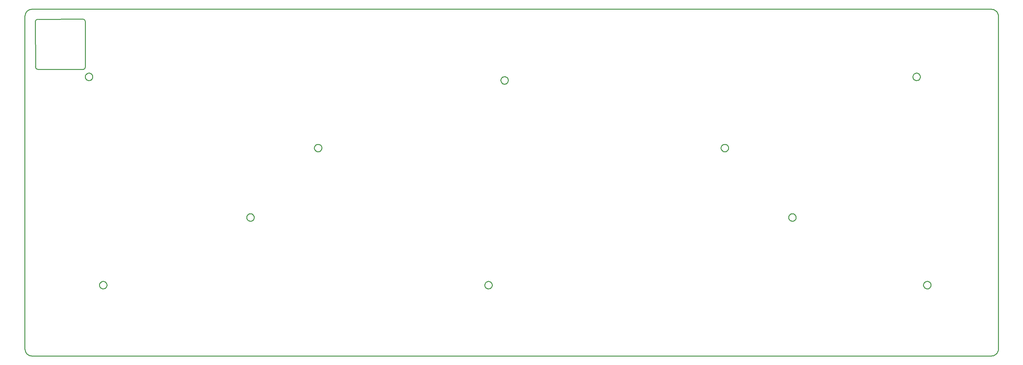
<source format=gko>
G04 Layer: BoardOutline*
G04 EasyEDA v6.3.53, 2020-06-17T23:21:06+02:00*
G04 04ce8127e00047ebb4670b429beeeb49,c5fe026039d2484e9a32019ccd8c5756,10*
G04 Gerber Generator version 0.2*
G04 Scale: 100 percent, Rotated: No, Reflected: No *
G04 Dimensions in millimeters *
G04 leading zeros omitted , absolute positions ,3 integer and 3 decimal *
%FSLAX33Y33*%
%MOMM*%
G90*
G71D02*

%ADD10C,0.254000*%
G54D10*
G01X3736Y80451D02*
G01X16183Y80456D01*
G01X17007Y81124D02*
G01X16997Y93764D01*
G01X3766Y94527D02*
G01X16330Y94587D01*
G01X2943Y93860D02*
G01X3014Y81289D01*
G01X271614Y97401D02*
G01X271927Y97377D01*
G01X272231Y97304D01*
G01X272378Y97249D01*
G01X272522Y97184D01*
G01X272789Y97020D01*
G01X273028Y96816D01*
G01X273232Y96577D01*
G01X273462Y96167D01*
G01X273589Y95714D01*
G01X273613Y95401D01*
G01X273613Y2000D01*
G01X273589Y1688D01*
G01X273516Y1382D01*
G01X273396Y1092D01*
G01X273232Y825D01*
G01X273028Y587D01*
G01X272789Y383D01*
G01X272522Y219D01*
G01X272231Y97D01*
G01X271927Y24D01*
G01X271614Y1D01*
G01X2000Y0D01*
G01X1688Y24D01*
G01X1382Y97D01*
G01X1092Y219D01*
G01X825Y383D01*
G01X585Y587D01*
G01X381Y825D01*
G01X217Y1092D01*
G01X97Y1382D01*
G01X24Y1688D01*
G01X0Y2000D01*
G01X1Y95401D01*
G01X24Y95714D01*
G01X97Y96020D01*
G01X217Y96309D01*
G01X381Y96577D01*
G01X585Y96816D01*
G01X825Y97020D01*
G01X1092Y97184D01*
G01X1382Y97304D01*
G01X1688Y97377D01*
G01X2000Y97402D01*
G01X271614Y97401D01*
G01X253531Y20948D02*
G01X253290Y20900D01*
G01X253137Y20837D01*
G01X252930Y20700D01*
G01X252816Y20583D01*
G01X252718Y20450D01*
G01X252613Y20226D01*
G01X252565Y19984D01*
G01X252565Y19818D01*
G01X252613Y19577D01*
G01X252678Y19424D01*
G01X252765Y19284D01*
G01X252930Y19103D01*
G01X253065Y19005D01*
G01X253290Y18903D01*
G01X253450Y18863D01*
G01X253695Y18855D01*
G01X253859Y18881D01*
G01X254089Y18965D01*
G01X254296Y19103D01*
G01X254412Y19220D01*
G01X254508Y19353D01*
G01X254613Y19577D01*
G01X254661Y19818D01*
G01X254661Y19984D01*
G01X254613Y20226D01*
G01X254548Y20378D01*
G01X254463Y20518D01*
G01X254296Y20700D01*
G01X254162Y20797D01*
G01X253938Y20900D01*
G01X253778Y20939D01*
G01X253531Y20948D01*
G01X250531Y79447D02*
G01X250290Y79399D01*
G01X250137Y79337D01*
G01X249932Y79199D01*
G01X249816Y79082D01*
G01X249718Y78950D01*
G01X249615Y78726D01*
G01X249566Y78484D01*
G01X249566Y78319D01*
G01X249615Y78077D01*
G01X249678Y77925D01*
G01X249816Y77719D01*
G01X249932Y77602D01*
G01X250065Y77506D01*
G01X250290Y77403D01*
G01X250450Y77364D01*
G01X250695Y77354D01*
G01X250938Y77403D01*
G01X251089Y77466D01*
G01X251231Y77551D01*
G01X251412Y77719D01*
G01X251508Y77853D01*
G01X251613Y78077D01*
G01X251661Y78319D01*
G01X251661Y78484D01*
G01X251613Y78726D01*
G01X251548Y78878D01*
G01X251463Y79019D01*
G01X251296Y79199D01*
G01X251162Y79297D01*
G01X250938Y79399D01*
G01X250778Y79439D01*
G01X250531Y79447D01*
G01X215628Y39948D02*
G01X215386Y39901D01*
G01X215234Y39837D01*
G01X215092Y39750D01*
G01X214912Y39582D01*
G01X214815Y39450D01*
G01X214712Y39225D01*
G01X214673Y39066D01*
G01X214664Y38819D01*
G01X214712Y38576D01*
G01X214775Y38425D01*
G01X214912Y38219D01*
G01X215029Y38104D01*
G01X215234Y37966D01*
G01X215386Y37903D01*
G01X215546Y37864D01*
G01X215792Y37856D01*
G01X216035Y37903D01*
G01X216186Y37966D01*
G01X216328Y38051D01*
G01X216509Y38219D01*
G01X216605Y38353D01*
G01X216709Y38576D01*
G01X216757Y38819D01*
G01X216757Y38984D01*
G01X216732Y39147D01*
G01X216645Y39378D01*
G01X216560Y39519D01*
G01X216393Y39700D01*
G01X216259Y39797D01*
G01X216035Y39901D01*
G01X215875Y39939D01*
G01X215628Y39948D01*
G01X196628Y59448D02*
G01X196385Y59400D01*
G01X196234Y59337D01*
G01X196093Y59251D01*
G01X195911Y59083D01*
G01X195815Y58951D01*
G01X195711Y58726D01*
G01X195663Y58484D01*
G01X195663Y58320D01*
G01X195711Y58077D01*
G01X195775Y57925D01*
G01X195860Y57783D01*
G01X196029Y57603D01*
G01X196162Y57506D01*
G01X196385Y57403D01*
G01X196628Y57355D01*
G01X196793Y57355D01*
G01X197034Y57403D01*
G01X197187Y57467D01*
G01X197393Y57603D01*
G01X197508Y57720D01*
G01X197606Y57852D01*
G01X197708Y58077D01*
G01X197748Y58237D01*
G01X197756Y58484D01*
G01X197732Y58647D01*
G01X197646Y58878D01*
G01X197559Y59019D01*
G01X197393Y59200D01*
G01X197187Y59337D01*
G01X197034Y59400D01*
G01X196875Y59439D01*
G01X196628Y59448D01*
G01X130224Y20948D02*
G01X129983Y20900D01*
G01X129830Y20837D01*
G01X129625Y20700D01*
G01X129509Y20583D01*
G01X129411Y20450D01*
G01X129309Y20226D01*
G01X129269Y20066D01*
G01X129260Y19818D01*
G01X129286Y19656D01*
G01X129371Y19424D01*
G01X129458Y19284D01*
G01X129625Y19103D01*
G01X129830Y18965D01*
G01X129983Y18903D01*
G01X130143Y18863D01*
G01X130390Y18855D01*
G01X130632Y18903D01*
G01X130784Y18965D01*
G01X130989Y19103D01*
G01X131106Y19220D01*
G01X131203Y19353D01*
G01X131306Y19577D01*
G01X131354Y19818D01*
G01X131354Y19984D01*
G01X131306Y20226D01*
G01X131243Y20378D01*
G01X131106Y20583D01*
G01X130989Y20700D01*
G01X130784Y20837D01*
G01X130632Y20900D01*
G01X130390Y20948D01*
G01X130224Y20948D01*
G01X134725Y78448D02*
G01X134483Y78400D01*
G01X134331Y78337D01*
G01X134124Y78200D01*
G01X134008Y78083D01*
G01X133912Y77950D01*
G01X133808Y77726D01*
G01X133760Y77484D01*
G01X133760Y77318D01*
G01X133785Y77156D01*
G01X133872Y76924D01*
G01X133957Y76784D01*
G01X134124Y76603D01*
G01X134331Y76465D01*
G01X134483Y76403D01*
G01X134642Y76363D01*
G01X134890Y76355D01*
G01X135131Y76403D01*
G01X135283Y76465D01*
G01X135424Y76552D01*
G01X135606Y76720D01*
G01X135704Y76853D01*
G01X135806Y77077D01*
G01X135854Y77318D01*
G01X135854Y77484D01*
G01X135806Y77726D01*
G01X135743Y77878D01*
G01X135606Y78083D01*
G01X135488Y78200D01*
G01X135356Y78297D01*
G01X135131Y78400D01*
G01X134972Y78439D01*
G01X134725Y78448D01*
G01X82321Y59448D02*
G01X82078Y59400D01*
G01X81927Y59337D01*
G01X81721Y59200D01*
G01X81604Y59083D01*
G01X81468Y58878D01*
G01X81405Y58726D01*
G01X81356Y58484D01*
G01X81356Y58320D01*
G01X81405Y58077D01*
G01X81468Y57925D01*
G01X81553Y57783D01*
G01X81721Y57603D01*
G01X81855Y57506D01*
G01X82078Y57403D01*
G01X82321Y57355D01*
G01X82486Y57355D01*
G01X82727Y57403D01*
G01X82880Y57467D01*
G01X83021Y57552D01*
G01X83201Y57720D01*
G01X83299Y57852D01*
G01X83401Y58077D01*
G01X83441Y58237D01*
G01X83451Y58484D01*
G01X83424Y58647D01*
G01X83339Y58878D01*
G01X83252Y59019D01*
G01X83086Y59200D01*
G01X82880Y59337D01*
G01X82727Y59400D01*
G01X82567Y59439D01*
G01X82321Y59448D01*
G01X63320Y39948D02*
G01X63079Y39901D01*
G01X62926Y39837D01*
G01X62721Y39700D01*
G01X62605Y39582D01*
G01X62467Y39378D01*
G01X62404Y39225D01*
G01X62357Y38984D01*
G01X62357Y38819D01*
G01X62404Y38576D01*
G01X62467Y38425D01*
G01X62605Y38219D01*
G01X62721Y38104D01*
G01X62926Y37966D01*
G01X63079Y37903D01*
G01X63239Y37864D01*
G01X63486Y37856D01*
G01X63727Y37903D01*
G01X63881Y37966D01*
G01X64020Y38051D01*
G01X64201Y38219D01*
G01X64299Y38353D01*
G01X64402Y38576D01*
G01X64441Y38738D01*
G01X64450Y38984D01*
G01X64424Y39147D01*
G01X64339Y39378D01*
G01X64252Y39519D01*
G01X64085Y39700D01*
G01X63881Y39837D01*
G01X63727Y39901D01*
G01X63567Y39939D01*
G01X63320Y39948D01*
G01X21917Y20948D02*
G01X21676Y20900D01*
G01X21523Y20837D01*
G01X21383Y20751D01*
G01X21202Y20583D01*
G01X21104Y20450D01*
G01X21002Y20226D01*
G01X20962Y20066D01*
G01X20954Y19818D01*
G01X20980Y19656D01*
G01X21064Y19424D01*
G01X21151Y19284D01*
G01X21319Y19103D01*
G01X21451Y19005D01*
G01X21676Y18903D01*
G01X21836Y18863D01*
G01X22083Y18855D01*
G01X22325Y18903D01*
G01X22477Y18965D01*
G01X22682Y19103D01*
G01X22799Y19220D01*
G01X22896Y19353D01*
G01X22999Y19577D01*
G01X23047Y19818D01*
G01X23047Y19984D01*
G01X22999Y20226D01*
G01X22936Y20378D01*
G01X22850Y20518D01*
G01X22682Y20700D01*
G01X22548Y20797D01*
G01X22325Y20900D01*
G01X22083Y20948D01*
G01X21917Y20948D01*
G01X17918Y79447D02*
G01X17676Y79399D01*
G01X17524Y79337D01*
G01X17382Y79251D01*
G01X17202Y79082D01*
G01X17105Y78950D01*
G01X17002Y78726D01*
G01X16954Y78484D01*
G01X16954Y78319D01*
G01X17002Y78077D01*
G01X17065Y77925D01*
G01X17202Y77719D01*
G01X17319Y77602D01*
G01X17451Y77506D01*
G01X17676Y77403D01*
G01X17835Y77364D01*
G01X18082Y77354D01*
G01X18325Y77403D01*
G01X18476Y77466D01*
G01X18618Y77551D01*
G01X18799Y77719D01*
G01X18895Y77853D01*
G01X18999Y78077D01*
G01X19047Y78319D01*
G01X19047Y78484D01*
G01X18999Y78726D01*
G01X18935Y78878D01*
G01X18850Y79019D01*
G01X18682Y79199D01*
G01X18548Y79297D01*
G01X18325Y79399D01*
G01X18165Y79439D01*
G01X17918Y79447D01*
G75*
G01X3015Y81289D02*
G03X3682Y80465I707J-109D01*
G01*
G75*
G01X16998Y93764D02*
G03X16331Y94588I-708J109D01*
G01*
G75*
G01X16183Y80457D02*
G03X17007Y81124I109J708D01*
G01*
G75*
G01X3767Y94528D02*
G03X2943Y93861I-109J-708D01*
G01*

%LPD*%
M00*
M02*

</source>
